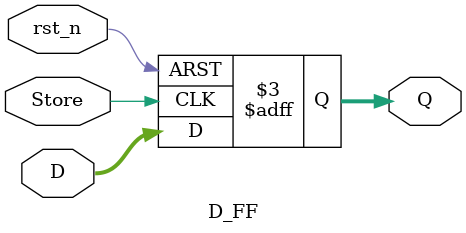
<source format=v>
`timescale 1ns / 1ps
module D_FF(Q,D,Store,rst_n);
    input Store,rst_n;
    input [3:0] D;
    output reg [3:0] Q;
    
    always @(posedge Store or negedge rst_n)
    begin
        if(~rst_n)    Q <= 4'b0000;
        else    Q <= D;
    end
endmodule

</source>
